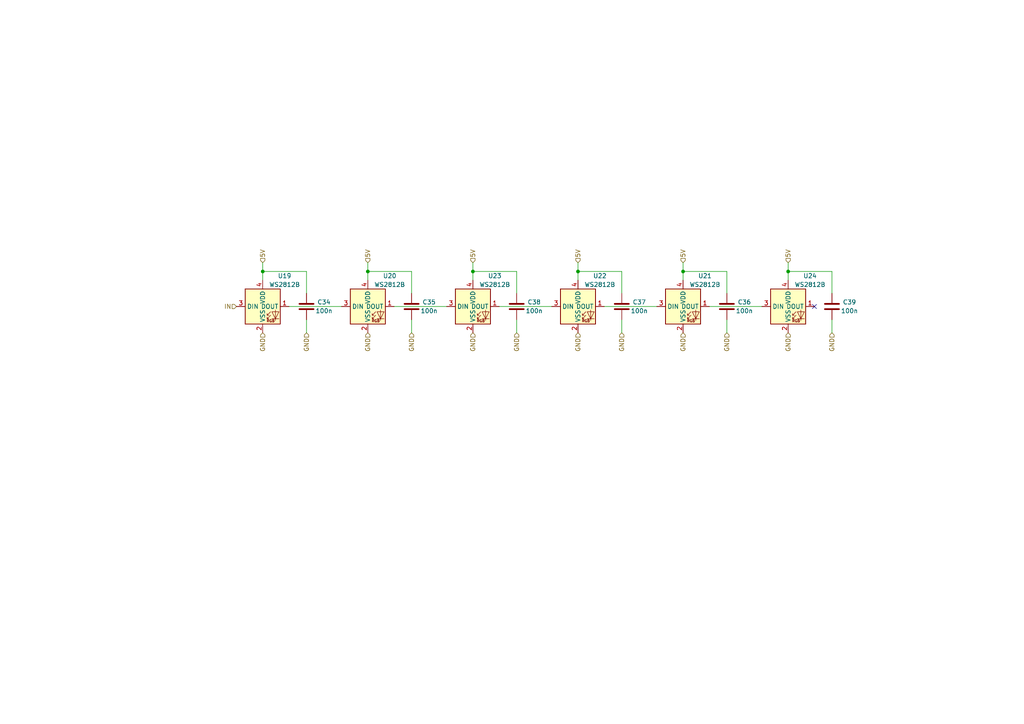
<source format=kicad_sch>
(kicad_sch (version 20231120) (generator "eeschema") (generator_version "8.0")
  (paper "A4")
  (lib_symbols
    (symbol "Device:C" (pin_numbers hide) (pin_names (offset 0.254))
      (property "Reference" "C" (at 0.635 2.54 0))
      (property "Value" "C" (at 0.635 -2.54 0))
      (symbol "C_0_1"
        (polyline (pts (xy -2.032 -0.762) (xy 2.032 -0.762)) (stroke (width 0.508)))
        (polyline (pts (xy -2.032 0.762) (xy 2.032 0.762)) (stroke (width 0.508)))
      )
      (symbol "C_1_1"
        (pin passive line (at 0 3.81 270) (length 2.794) (name "~") (number "1"))
        (pin passive line (at 0 -3.81 90) (length 2.794) (name "~") (number "2"))
      )
    )
    (symbol "RKL-Uncategorized:WS2812B"
      (property "Reference" "U9" (at 6.35 6.35 0))
      (property "Value" "WS2812B" (at 6.35 3.81 0))
      (symbol "WS2812B_0_0"
        (text "RGB" (at 2.286 -6.731 0) (effects (font (size 0.762 0.762))))
      )
      (symbol "WS2812B_0_1"
        (polyline (pts (xy 1.27 -6.096) (xy 1.778 -6.096)))
        (polyline (pts (xy 1.27 -5.08) (xy 1.778 -5.08)))
        (polyline (pts (xy 4.699 -6.096) (xy 2.667 -6.096)))
        (polyline (pts (xy 2.286 -5.08) (xy 1.27 -6.096) (xy 1.27 -5.588)))
        (polyline (pts (xy 2.286 -4.064) (xy 1.27 -5.08) (xy 1.27 -4.572)))
        (polyline (pts (xy 3.683 -3.556) (xy 3.683 -6.096) (xy 3.683 -6.604)))
        (polyline (pts (xy 4.699 -4.064) (xy 2.667 -4.064) (xy 3.683 -6.096) (xy 4.699 -4.064)))
        (rectangle (start 5.08 2.54) (end -5.08 -7.62) (stroke (width 0.254)) (fill (type background)))
      )
      (symbol "WS2812B_1_1"
        (pin output line (at 7.62 -2.54 180) (length 2.54) (name "DOUT") (number "1"))
        (pin power_in line (at 0 -10.16 90) (length 2.54) (name "VSS") (number "2"))
        (pin input line (at -7.62 -2.54 0) (length 2.54) (name "DIN") (number "3"))
        (pin power_in line (at 0 5.08 270) (length 2.54) (name "VDD") (number "4"))
      )
    )
  )
  (junction (at 76.2 78.74))
  (junction (at 167.64 78.74))
  (junction (at 228.6 78.74))
  (junction (at 137.16 78.74))
  (junction (at 198.12 78.74))
  (junction (at 106.68 78.74))
  (no_connect (at 236.22 88.9))
  (wire (pts (xy 106.68 76.2) (xy 106.68 78.74)))
  (wire (pts (xy 205.74 88.9) (xy 220.98 88.9)))
  (wire (pts (xy 88.9 78.74) (xy 76.2 78.74)))
  (wire (pts (xy 88.9 92.71) (xy 88.9 96.52)))
  (wire (pts (xy 119.38 85.09) (xy 119.38 78.74)))
  (wire (pts (xy 144.78 88.9) (xy 160.02 88.9)))
  (wire (pts (xy 76.2 78.74) (xy 76.2 81.28)))
  (wire (pts (xy 119.38 78.74) (xy 106.68 78.74)))
  (wire (pts (xy 210.82 78.74) (xy 198.12 78.74)))
  (wire (pts (xy 149.86 78.74) (xy 137.16 78.74)))
  (wire (pts (xy 76.2 76.2) (xy 76.2 78.74)))
  (wire (pts (xy 198.12 76.2) (xy 198.12 78.74)))
  (wire (pts (xy 149.86 85.09) (xy 149.86 78.74)))
  (wire (pts (xy 114.3 88.9) (xy 129.54 88.9)))
  (wire (pts (xy 210.82 85.09) (xy 210.82 78.74)))
  (wire (pts (xy 137.16 76.2) (xy 137.16 78.74)))
  (wire (pts (xy 198.12 78.74) (xy 198.12 81.28)))
  (wire (pts (xy 119.38 92.71) (xy 119.38 96.52)))
  (wire (pts (xy 137.16 78.74) (xy 137.16 81.28)))
  (wire (pts (xy 167.64 78.74) (xy 167.64 81.28)))
  (wire (pts (xy 241.3 92.71) (xy 241.3 96.52)))
  (wire (pts (xy 180.34 78.74) (xy 167.64 78.74)))
  (wire (pts (xy 228.6 78.74) (xy 228.6 81.28)))
  (wire (pts (xy 210.82 92.71) (xy 210.82 96.52)))
  (wire (pts (xy 175.26 88.9) (xy 190.5 88.9)))
  (wire (pts (xy 106.68 78.74) (xy 106.68 81.28)))
  (wire (pts (xy 180.34 92.71) (xy 180.34 96.52)))
  (wire (pts (xy 149.86 92.71) (xy 149.86 96.52)))
  (wire (pts (xy 167.64 76.2) (xy 167.64 78.74)))
  (wire (pts (xy 241.3 85.09) (xy 241.3 78.74)))
  (wire (pts (xy 228.6 76.2) (xy 228.6 78.74)))
  (wire (pts (xy 83.82 88.9) (xy 99.06 88.9)))
  (wire (pts (xy 180.34 85.09) (xy 180.34 78.74)))
  (wire (pts (xy 88.9 85.09) (xy 88.9 78.74)))
  (wire (pts (xy 241.3 78.74) (xy 228.6 78.74)))
  (hierarchical_label "GND" (shape input) (at 167.64 96.52 270))
  (hierarchical_label "5V" (shape input) (at 198.12 76.2 90))
  (hierarchical_label "5V" (shape input) (at 106.68 76.2 90))
  (hierarchical_label "GND" (shape input) (at 149.86 96.52 270))
  (hierarchical_label "GND" (shape input) (at 119.38 96.52 270))
  (hierarchical_label "5V" (shape input) (at 137.16 76.2 90))
  (hierarchical_label "GND" (shape input) (at 180.34 96.52 270))
  (hierarchical_label "5V" (shape input) (at 76.2 76.2 90))
  (hierarchical_label "5V" (shape input) (at 167.64 76.2 90))
  (hierarchical_label "5V" (shape input) (at 228.6 76.2 90))
  (hierarchical_label "GND" (shape input) (at 76.2 96.52 270))
  (hierarchical_label "GND" (shape input) (at 88.9 96.52 270))
  (hierarchical_label "GND" (shape input) (at 137.16 96.52 270))
  (hierarchical_label "GND" (shape input) (at 198.12 96.52 270))
  (hierarchical_label "GND" (shape input) (at 228.6 96.52 270))
  (hierarchical_label "GND" (shape input) (at 241.3 96.52 270))
  (hierarchical_label "GND" (shape input) (at 210.82 96.52 270))
  (hierarchical_label "IN" (shape input) (at 68.58 88.9 180))
  (hierarchical_label "GND" (shape input) (at 106.68 96.52 270))
  (symbol (lib_id "RKL-Uncategorized:WS2812B") (at 106.68 86.36 0) (unit 1)
    (property "Reference" "U20" (at 113.03 80.01 0))
    (property "Value" "WS2812B" (at 113.03 82.55 0))
    (property "Footprint" "RKL-LED:WS2812-2020" (effects (hide yes)))
    (property "Datasheet" "https://www.lcsc.com/datasheet/lcsc_datasheet_2301111010_XINGLIGHT-XL-2020RGBC-WS2812B_C5349955.pdf" (effects (hide yes)))
    (property "LCSC" "C5349955" (effects (hide yes)))
    (property "Basic/Extended" "E" (effects (hide yes)))
    (property "Price (100ks)" "0.0689" (effects (hide yes)))
    (property "Price (1ks)" "0.0861" (effects (hide yes)))
  )
  (symbol (lib_id "Device:C") (at 149.86 88.9 0) (mirror y) (unit 1)
    (property "Reference" "C38" (at 154.94 87.63 0))
    (property "Value" "100n" (at 154.94 90.17 0))
    (property "Footprint" "Capacitor_SMD:C_0402_1005Metric" (effects (hide yes)))
    (property "LCSC" "C1525" (effects (hide yes)))
    (property "Basic/Extended" "B" (effects (hide yes)))
    (property "info" "16V, X7R" (effects (hide yes)))
    (property "Price (100ks)" "0.0011" (effects (hide yes)))
    (property "Price (1ks)" "0.0011" (effects (hide yes)))
  )
  (symbol (lib_id "Device:C") (at 210.82 88.9 0) (mirror y) (unit 1)
    (property "Reference" "C36" (at 215.9 87.63 0))
    (property "Value" "100n" (at 215.9 90.17 0))
    (property "Footprint" "Capacitor_SMD:C_0402_1005Metric" (effects (hide yes)))
    (property "LCSC" "C1525" (effects (hide yes)))
    (property "Basic/Extended" "B" (effects (hide yes)))
    (property "info" "16V, X7R" (effects (hide yes)))
    (property "Price (100ks)" "0.0011" (effects (hide yes)))
    (property "Price (1ks)" "0.0011" (effects (hide yes)))
  )
  (symbol (lib_id "RKL-Uncategorized:WS2812B") (at 76.2 86.36 0) (unit 1)
    (property "Reference" "U19" (at 82.55 80.01 0))
    (property "Value" "WS2812B" (at 82.55 82.55 0))
    (property "Footprint" "RKL-LED:WS2812-2020" (effects (hide yes)))
    (property "Datasheet" "https://www.lcsc.com/datasheet/lcsc_datasheet_2301111010_XINGLIGHT-XL-2020RGBC-WS2812B_C5349955.pdf" (effects (hide yes)))
    (property "LCSC" "C5349955" (effects (hide yes)))
    (property "Basic/Extended" "E" (effects (hide yes)))
    (property "Price (100ks)" "0.0689" (effects (hide yes)))
    (property "Price (1ks)" "0.0861" (effects (hide yes)))
  )
  (symbol (lib_id "RKL-Uncategorized:WS2812B") (at 228.6 86.36 0) (unit 1)
    (property "Reference" "U24" (at 234.95 80.01 0))
    (property "Value" "WS2812B" (at 234.95 82.55 0))
    (property "Footprint" "RKL-LED:WS2812-2020" (effects (hide yes)))
    (property "Datasheet" "https://www.lcsc.com/datasheet/lcsc_datasheet_2301111010_XINGLIGHT-XL-2020RGBC-WS2812B_C5349955.pdf" (effects (hide yes)))
    (property "LCSC" "C5349955" (effects (hide yes)))
    (property "Basic/Extended" "E" (effects (hide yes)))
    (property "Price (100ks)" "0.0689" (effects (hide yes)))
    (property "Price (1ks)" "0.0861" (effects (hide yes)))
  )
  (symbol (lib_id "RKL-Uncategorized:WS2812B") (at 137.16 86.36 0) (unit 1)
    (property "Reference" "U23" (at 143.51 80.01 0))
    (property "Value" "WS2812B" (at 143.51 82.55 0))
    (property "Footprint" "RKL-LED:WS2812-2020" (effects (hide yes)))
    (property "Datasheet" "https://www.lcsc.com/datasheet/lcsc_datasheet_2301111010_XINGLIGHT-XL-2020RGBC-WS2812B_C5349955.pdf" (effects (hide yes)))
    (property "LCSC" "C5349955" (effects (hide yes)))
    (property "Basic/Extended" "E" (effects (hide yes)))
    (property "Price (100ks)" "0.0689" (effects (hide yes)))
    (property "Price (1ks)" "0.0861" (effects (hide yes)))
  )
  (symbol (lib_id "Device:C") (at 88.9 88.9 0) (mirror y) (unit 1)
    (property "Reference" "C34" (at 93.98 87.63 0))
    (property "Value" "100n" (at 93.98 90.17 0))
    (property "Footprint" "Capacitor_SMD:C_0402_1005Metric" (effects (hide yes)))
    (property "LCSC" "C1525" (effects (hide yes)))
    (property "Basic/Extended" "B" (effects (hide yes)))
    (property "info" "16V, X7R" (effects (hide yes)))
    (property "Price (100ks)" "0.0011" (effects (hide yes)))
    (property "Price (1ks)" "0.0011" (effects (hide yes)))
  )
  (symbol (lib_id "Device:C") (at 119.38 88.9 0) (mirror y) (unit 1)
    (property "Reference" "C35" (at 124.46 87.63 0))
    (property "Value" "100n" (at 124.46 90.17 0))
    (property "Footprint" "Capacitor_SMD:C_0402_1005Metric" (effects (hide yes)))
    (property "LCSC" "C1525" (effects (hide yes)))
    (property "Basic/Extended" "B" (effects (hide yes)))
    (property "info" "16V, X7R" (effects (hide yes)))
    (property "Price (100ks)" "0.0011" (effects (hide yes)))
    (property "Price (1ks)" "0.0011" (effects (hide yes)))
  )
  (symbol (lib_id "Device:C") (at 180.34 88.9 0) (mirror y) (unit 1)
    (property "Reference" "C37" (at 185.42 87.63 0))
    (property "Value" "100n" (at 185.42 90.17 0))
    (property "Footprint" "Capacitor_SMD:C_0402_1005Metric" (effects (hide yes)))
    (property "LCSC" "C1525" (effects (hide yes)))
    (property "Basic/Extended" "B" (effects (hide yes)))
    (property "info" "16V, X7R" (effects (hide yes)))
    (property "Price (100ks)" "0.0011" (effects (hide yes)))
    (property "Price (1ks)" "0.0011" (effects (hide yes)))
  )
  (symbol (lib_id "RKL-Uncategorized:WS2812B") (at 198.12 86.36 0) (unit 1)
    (property "Reference" "U21" (at 204.47 80.01 0))
    (property "Value" "WS2812B" (at 204.47 82.55 0))
    (property "Footprint" "RKL-LED:WS2812-2020" (effects (hide yes)))
    (property "Datasheet" "https://www.lcsc.com/datasheet/lcsc_datasheet_2301111010_XINGLIGHT-XL-2020RGBC-WS2812B_C5349955.pdf" (effects (hide yes)))
    (property "LCSC" "C5349955" (effects (hide yes)))
    (property "Basic/Extended" "E" (effects (hide yes)))
    (property "Price (100ks)" "0.0689" (effects (hide yes)))
    (property "Price (1ks)" "0.0861" (effects (hide yes)))
  )
  (symbol (lib_id "Device:C") (at 241.3 88.9 0) (mirror y) (unit 1)
    (property "Reference" "C39" (at 246.38 87.63 0))
    (property "Value" "100n" (at 246.38 90.17 0))
    (property "Footprint" "Capacitor_SMD:C_0402_1005Metric" (effects (hide yes)))
    (property "LCSC" "C1525" (effects (hide yes)))
    (property "Basic/Extended" "B" (effects (hide yes)))
    (property "info" "16V, X7R" (effects (hide yes)))
    (property "Price (100ks)" "0.0011" (effects (hide yes)))
    (property "Price (1ks)" "0.0011" (effects (hide yes)))
  )
  (symbol (lib_id "RKL-Uncategorized:WS2812B") (at 167.64 86.36 0) (unit 1)
    (property "Reference" "U22" (at 173.99 80.01 0))
    (property "Value" "WS2812B" (at 173.99 82.55 0))
    (property "Footprint" "RKL-LED:WS2812-2020" (effects (hide yes)))
    (property "Datasheet" "https://www.lcsc.com/datasheet/lcsc_datasheet_2301111010_XINGLIGHT-XL-2020RGBC-WS2812B_C5349955.pdf" (effects (hide yes)))
    (property "LCSC" "C5349955" (effects (hide yes)))
    (property "Basic/Extended" "E" (effects (hide yes)))
    (property "Price (100ks)" "0.0689" (effects (hide yes)))
    (property "Price (1ks)" "0.0861" (effects (hide yes)))
  )
)
</source>
